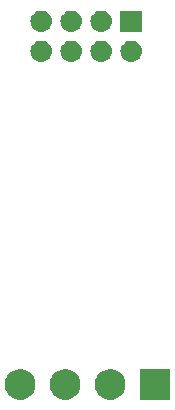
<source format=gbr>
G04 #@! TF.GenerationSoftware,KiCad,Pcbnew,(5.1.2-1)-1*
G04 #@! TF.CreationDate,2019-12-06T11:42:25-08:00*
G04 #@! TF.ProjectId,pixel-stick,70697865-6c2d-4737-9469-636b2e6b6963,rev?*
G04 #@! TF.SameCoordinates,Original*
G04 #@! TF.FileFunction,Soldermask,Bot*
G04 #@! TF.FilePolarity,Negative*
%FSLAX46Y46*%
G04 Gerber Fmt 4.6, Leading zero omitted, Abs format (unit mm)*
G04 Created by KiCad (PCBNEW (5.1.2-1)-1) date 2019-12-06 11:42:25*
%MOMM*%
%LPD*%
G04 APERTURE LIST*
%ADD10C,0.100000*%
G04 APERTURE END LIST*
D10*
G36*
X57942680Y-88549680D02*
G01*
X55341320Y-88549680D01*
X55341320Y-85948320D01*
X57942680Y-85948320D01*
X57942680Y-88549680D01*
X57942680Y-88549680D01*
G37*
G36*
X53211393Y-85998304D02*
G01*
X53448101Y-86096352D01*
X53448103Y-86096353D01*
X53661135Y-86238696D01*
X53842304Y-86419865D01*
X53984647Y-86632897D01*
X53984648Y-86632899D01*
X54082696Y-86869607D01*
X54132680Y-87120893D01*
X54132680Y-87377107D01*
X54082696Y-87628393D01*
X53984648Y-87865101D01*
X53984647Y-87865103D01*
X53842304Y-88078135D01*
X53661135Y-88259304D01*
X53448103Y-88401647D01*
X53448102Y-88401648D01*
X53448101Y-88401648D01*
X53211393Y-88499696D01*
X52960107Y-88549680D01*
X52703893Y-88549680D01*
X52452607Y-88499696D01*
X52215899Y-88401648D01*
X52215898Y-88401648D01*
X52215897Y-88401647D01*
X52002865Y-88259304D01*
X51821696Y-88078135D01*
X51679353Y-87865103D01*
X51679352Y-87865101D01*
X51581304Y-87628393D01*
X51531320Y-87377107D01*
X51531320Y-87120893D01*
X51581304Y-86869607D01*
X51679352Y-86632899D01*
X51679353Y-86632897D01*
X51821696Y-86419865D01*
X52002865Y-86238696D01*
X52215897Y-86096353D01*
X52215899Y-86096352D01*
X52452607Y-85998304D01*
X52703893Y-85948320D01*
X52960107Y-85948320D01*
X53211393Y-85998304D01*
X53211393Y-85998304D01*
G37*
G36*
X49401393Y-85998304D02*
G01*
X49638101Y-86096352D01*
X49638103Y-86096353D01*
X49851135Y-86238696D01*
X50032304Y-86419865D01*
X50174647Y-86632897D01*
X50174648Y-86632899D01*
X50272696Y-86869607D01*
X50322680Y-87120893D01*
X50322680Y-87377107D01*
X50272696Y-87628393D01*
X50174648Y-87865101D01*
X50174647Y-87865103D01*
X50032304Y-88078135D01*
X49851135Y-88259304D01*
X49638103Y-88401647D01*
X49638102Y-88401648D01*
X49638101Y-88401648D01*
X49401393Y-88499696D01*
X49150107Y-88549680D01*
X48893893Y-88549680D01*
X48642607Y-88499696D01*
X48405899Y-88401648D01*
X48405898Y-88401648D01*
X48405897Y-88401647D01*
X48192865Y-88259304D01*
X48011696Y-88078135D01*
X47869353Y-87865103D01*
X47869352Y-87865101D01*
X47771304Y-87628393D01*
X47721320Y-87377107D01*
X47721320Y-87120893D01*
X47771304Y-86869607D01*
X47869352Y-86632899D01*
X47869353Y-86632897D01*
X48011696Y-86419865D01*
X48192865Y-86238696D01*
X48405897Y-86096353D01*
X48405899Y-86096352D01*
X48642607Y-85998304D01*
X48893893Y-85948320D01*
X49150107Y-85948320D01*
X49401393Y-85998304D01*
X49401393Y-85998304D01*
G37*
G36*
X45591393Y-85998304D02*
G01*
X45828101Y-86096352D01*
X45828103Y-86096353D01*
X46041135Y-86238696D01*
X46222304Y-86419865D01*
X46364647Y-86632897D01*
X46364648Y-86632899D01*
X46462696Y-86869607D01*
X46512680Y-87120893D01*
X46512680Y-87377107D01*
X46462696Y-87628393D01*
X46364648Y-87865101D01*
X46364647Y-87865103D01*
X46222304Y-88078135D01*
X46041135Y-88259304D01*
X45828103Y-88401647D01*
X45828102Y-88401648D01*
X45828101Y-88401648D01*
X45591393Y-88499696D01*
X45340107Y-88549680D01*
X45083893Y-88549680D01*
X44832607Y-88499696D01*
X44595899Y-88401648D01*
X44595898Y-88401648D01*
X44595897Y-88401647D01*
X44382865Y-88259304D01*
X44201696Y-88078135D01*
X44059353Y-87865103D01*
X44059352Y-87865101D01*
X43961304Y-87628393D01*
X43911320Y-87377107D01*
X43911320Y-87120893D01*
X43961304Y-86869607D01*
X44059352Y-86632899D01*
X44059353Y-86632897D01*
X44201696Y-86419865D01*
X44382865Y-86238696D01*
X44595897Y-86096353D01*
X44595899Y-86096352D01*
X44832607Y-85998304D01*
X45083893Y-85948320D01*
X45340107Y-85948320D01*
X45591393Y-85998304D01*
X45591393Y-85998304D01*
G37*
G36*
X54720442Y-58160518D02*
G01*
X54786627Y-58167037D01*
X54956466Y-58218557D01*
X55112991Y-58302222D01*
X55148729Y-58331552D01*
X55250186Y-58414814D01*
X55333448Y-58516271D01*
X55362778Y-58552009D01*
X55446443Y-58708534D01*
X55497963Y-58878373D01*
X55515359Y-59055000D01*
X55497963Y-59231627D01*
X55446443Y-59401466D01*
X55362778Y-59557991D01*
X55333448Y-59593729D01*
X55250186Y-59695186D01*
X55148729Y-59778448D01*
X55112991Y-59807778D01*
X54956466Y-59891443D01*
X54786627Y-59942963D01*
X54720442Y-59949482D01*
X54654260Y-59956000D01*
X54565740Y-59956000D01*
X54499558Y-59949482D01*
X54433373Y-59942963D01*
X54263534Y-59891443D01*
X54107009Y-59807778D01*
X54071271Y-59778448D01*
X53969814Y-59695186D01*
X53886552Y-59593729D01*
X53857222Y-59557991D01*
X53773557Y-59401466D01*
X53722037Y-59231627D01*
X53704641Y-59055000D01*
X53722037Y-58878373D01*
X53773557Y-58708534D01*
X53857222Y-58552009D01*
X53886552Y-58516271D01*
X53969814Y-58414814D01*
X54071271Y-58331552D01*
X54107009Y-58302222D01*
X54263534Y-58218557D01*
X54433373Y-58167037D01*
X54499558Y-58160518D01*
X54565740Y-58154000D01*
X54654260Y-58154000D01*
X54720442Y-58160518D01*
X54720442Y-58160518D01*
G37*
G36*
X52180442Y-58160518D02*
G01*
X52246627Y-58167037D01*
X52416466Y-58218557D01*
X52572991Y-58302222D01*
X52608729Y-58331552D01*
X52710186Y-58414814D01*
X52793448Y-58516271D01*
X52822778Y-58552009D01*
X52906443Y-58708534D01*
X52957963Y-58878373D01*
X52975359Y-59055000D01*
X52957963Y-59231627D01*
X52906443Y-59401466D01*
X52822778Y-59557991D01*
X52793448Y-59593729D01*
X52710186Y-59695186D01*
X52608729Y-59778448D01*
X52572991Y-59807778D01*
X52416466Y-59891443D01*
X52246627Y-59942963D01*
X52180442Y-59949482D01*
X52114260Y-59956000D01*
X52025740Y-59956000D01*
X51959558Y-59949482D01*
X51893373Y-59942963D01*
X51723534Y-59891443D01*
X51567009Y-59807778D01*
X51531271Y-59778448D01*
X51429814Y-59695186D01*
X51346552Y-59593729D01*
X51317222Y-59557991D01*
X51233557Y-59401466D01*
X51182037Y-59231627D01*
X51164641Y-59055000D01*
X51182037Y-58878373D01*
X51233557Y-58708534D01*
X51317222Y-58552009D01*
X51346552Y-58516271D01*
X51429814Y-58414814D01*
X51531271Y-58331552D01*
X51567009Y-58302222D01*
X51723534Y-58218557D01*
X51893373Y-58167037D01*
X51959558Y-58160518D01*
X52025740Y-58154000D01*
X52114260Y-58154000D01*
X52180442Y-58160518D01*
X52180442Y-58160518D01*
G37*
G36*
X49640442Y-58160518D02*
G01*
X49706627Y-58167037D01*
X49876466Y-58218557D01*
X50032991Y-58302222D01*
X50068729Y-58331552D01*
X50170186Y-58414814D01*
X50253448Y-58516271D01*
X50282778Y-58552009D01*
X50366443Y-58708534D01*
X50417963Y-58878373D01*
X50435359Y-59055000D01*
X50417963Y-59231627D01*
X50366443Y-59401466D01*
X50282778Y-59557991D01*
X50253448Y-59593729D01*
X50170186Y-59695186D01*
X50068729Y-59778448D01*
X50032991Y-59807778D01*
X49876466Y-59891443D01*
X49706627Y-59942963D01*
X49640442Y-59949482D01*
X49574260Y-59956000D01*
X49485740Y-59956000D01*
X49419558Y-59949482D01*
X49353373Y-59942963D01*
X49183534Y-59891443D01*
X49027009Y-59807778D01*
X48991271Y-59778448D01*
X48889814Y-59695186D01*
X48806552Y-59593729D01*
X48777222Y-59557991D01*
X48693557Y-59401466D01*
X48642037Y-59231627D01*
X48624641Y-59055000D01*
X48642037Y-58878373D01*
X48693557Y-58708534D01*
X48777222Y-58552009D01*
X48806552Y-58516271D01*
X48889814Y-58414814D01*
X48991271Y-58331552D01*
X49027009Y-58302222D01*
X49183534Y-58218557D01*
X49353373Y-58167037D01*
X49419558Y-58160518D01*
X49485740Y-58154000D01*
X49574260Y-58154000D01*
X49640442Y-58160518D01*
X49640442Y-58160518D01*
G37*
G36*
X47100442Y-58160518D02*
G01*
X47166627Y-58167037D01*
X47336466Y-58218557D01*
X47492991Y-58302222D01*
X47528729Y-58331552D01*
X47630186Y-58414814D01*
X47713448Y-58516271D01*
X47742778Y-58552009D01*
X47826443Y-58708534D01*
X47877963Y-58878373D01*
X47895359Y-59055000D01*
X47877963Y-59231627D01*
X47826443Y-59401466D01*
X47742778Y-59557991D01*
X47713448Y-59593729D01*
X47630186Y-59695186D01*
X47528729Y-59778448D01*
X47492991Y-59807778D01*
X47336466Y-59891443D01*
X47166627Y-59942963D01*
X47100442Y-59949482D01*
X47034260Y-59956000D01*
X46945740Y-59956000D01*
X46879558Y-59949482D01*
X46813373Y-59942963D01*
X46643534Y-59891443D01*
X46487009Y-59807778D01*
X46451271Y-59778448D01*
X46349814Y-59695186D01*
X46266552Y-59593729D01*
X46237222Y-59557991D01*
X46153557Y-59401466D01*
X46102037Y-59231627D01*
X46084641Y-59055000D01*
X46102037Y-58878373D01*
X46153557Y-58708534D01*
X46237222Y-58552009D01*
X46266552Y-58516271D01*
X46349814Y-58414814D01*
X46451271Y-58331552D01*
X46487009Y-58302222D01*
X46643534Y-58218557D01*
X46813373Y-58167037D01*
X46879558Y-58160518D01*
X46945740Y-58154000D01*
X47034260Y-58154000D01*
X47100442Y-58160518D01*
X47100442Y-58160518D01*
G37*
G36*
X55511000Y-57416000D02*
G01*
X53709000Y-57416000D01*
X53709000Y-55614000D01*
X55511000Y-55614000D01*
X55511000Y-57416000D01*
X55511000Y-57416000D01*
G37*
G36*
X52180443Y-55620519D02*
G01*
X52246627Y-55627037D01*
X52416466Y-55678557D01*
X52572991Y-55762222D01*
X52608729Y-55791552D01*
X52710186Y-55874814D01*
X52793448Y-55976271D01*
X52822778Y-56012009D01*
X52906443Y-56168534D01*
X52957963Y-56338373D01*
X52975359Y-56515000D01*
X52957963Y-56691627D01*
X52906443Y-56861466D01*
X52822778Y-57017991D01*
X52793448Y-57053729D01*
X52710186Y-57155186D01*
X52608729Y-57238448D01*
X52572991Y-57267778D01*
X52416466Y-57351443D01*
X52246627Y-57402963D01*
X52180443Y-57409481D01*
X52114260Y-57416000D01*
X52025740Y-57416000D01*
X51959557Y-57409481D01*
X51893373Y-57402963D01*
X51723534Y-57351443D01*
X51567009Y-57267778D01*
X51531271Y-57238448D01*
X51429814Y-57155186D01*
X51346552Y-57053729D01*
X51317222Y-57017991D01*
X51233557Y-56861466D01*
X51182037Y-56691627D01*
X51164641Y-56515000D01*
X51182037Y-56338373D01*
X51233557Y-56168534D01*
X51317222Y-56012009D01*
X51346552Y-55976271D01*
X51429814Y-55874814D01*
X51531271Y-55791552D01*
X51567009Y-55762222D01*
X51723534Y-55678557D01*
X51893373Y-55627037D01*
X51959557Y-55620519D01*
X52025740Y-55614000D01*
X52114260Y-55614000D01*
X52180443Y-55620519D01*
X52180443Y-55620519D01*
G37*
G36*
X49640443Y-55620519D02*
G01*
X49706627Y-55627037D01*
X49876466Y-55678557D01*
X50032991Y-55762222D01*
X50068729Y-55791552D01*
X50170186Y-55874814D01*
X50253448Y-55976271D01*
X50282778Y-56012009D01*
X50366443Y-56168534D01*
X50417963Y-56338373D01*
X50435359Y-56515000D01*
X50417963Y-56691627D01*
X50366443Y-56861466D01*
X50282778Y-57017991D01*
X50253448Y-57053729D01*
X50170186Y-57155186D01*
X50068729Y-57238448D01*
X50032991Y-57267778D01*
X49876466Y-57351443D01*
X49706627Y-57402963D01*
X49640443Y-57409481D01*
X49574260Y-57416000D01*
X49485740Y-57416000D01*
X49419557Y-57409481D01*
X49353373Y-57402963D01*
X49183534Y-57351443D01*
X49027009Y-57267778D01*
X48991271Y-57238448D01*
X48889814Y-57155186D01*
X48806552Y-57053729D01*
X48777222Y-57017991D01*
X48693557Y-56861466D01*
X48642037Y-56691627D01*
X48624641Y-56515000D01*
X48642037Y-56338373D01*
X48693557Y-56168534D01*
X48777222Y-56012009D01*
X48806552Y-55976271D01*
X48889814Y-55874814D01*
X48991271Y-55791552D01*
X49027009Y-55762222D01*
X49183534Y-55678557D01*
X49353373Y-55627037D01*
X49419557Y-55620519D01*
X49485740Y-55614000D01*
X49574260Y-55614000D01*
X49640443Y-55620519D01*
X49640443Y-55620519D01*
G37*
G36*
X47100443Y-55620519D02*
G01*
X47166627Y-55627037D01*
X47336466Y-55678557D01*
X47492991Y-55762222D01*
X47528729Y-55791552D01*
X47630186Y-55874814D01*
X47713448Y-55976271D01*
X47742778Y-56012009D01*
X47826443Y-56168534D01*
X47877963Y-56338373D01*
X47895359Y-56515000D01*
X47877963Y-56691627D01*
X47826443Y-56861466D01*
X47742778Y-57017991D01*
X47713448Y-57053729D01*
X47630186Y-57155186D01*
X47528729Y-57238448D01*
X47492991Y-57267778D01*
X47336466Y-57351443D01*
X47166627Y-57402963D01*
X47100443Y-57409481D01*
X47034260Y-57416000D01*
X46945740Y-57416000D01*
X46879557Y-57409481D01*
X46813373Y-57402963D01*
X46643534Y-57351443D01*
X46487009Y-57267778D01*
X46451271Y-57238448D01*
X46349814Y-57155186D01*
X46266552Y-57053729D01*
X46237222Y-57017991D01*
X46153557Y-56861466D01*
X46102037Y-56691627D01*
X46084641Y-56515000D01*
X46102037Y-56338373D01*
X46153557Y-56168534D01*
X46237222Y-56012009D01*
X46266552Y-55976271D01*
X46349814Y-55874814D01*
X46451271Y-55791552D01*
X46487009Y-55762222D01*
X46643534Y-55678557D01*
X46813373Y-55627037D01*
X46879557Y-55620519D01*
X46945740Y-55614000D01*
X47034260Y-55614000D01*
X47100443Y-55620519D01*
X47100443Y-55620519D01*
G37*
M02*

</source>
